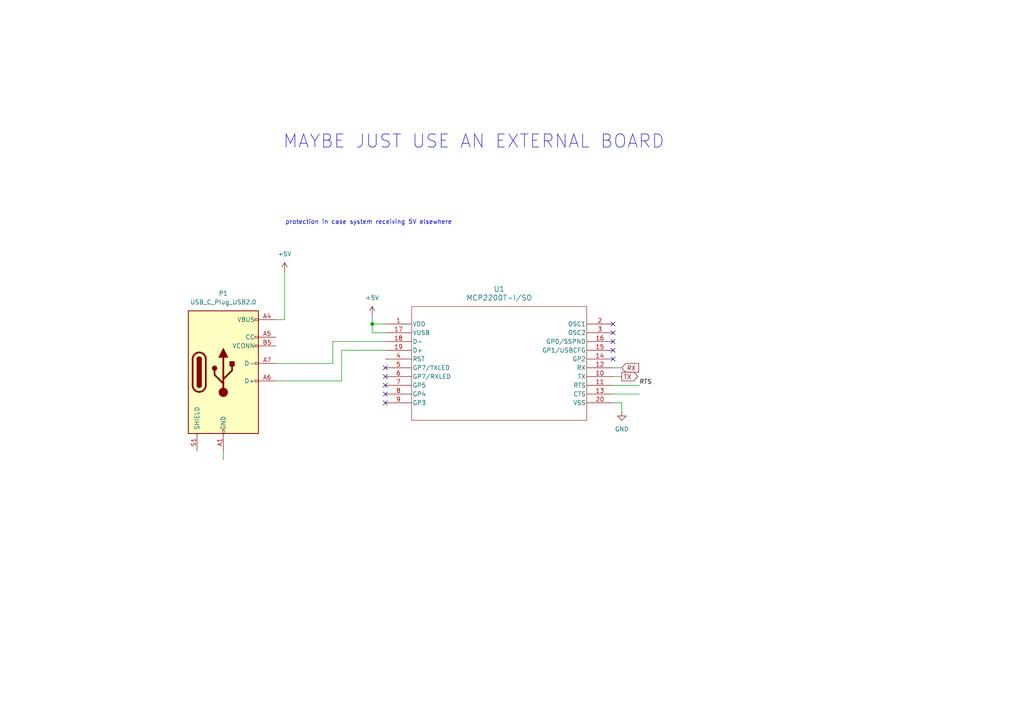
<source format=kicad_sch>
(kicad_sch (version 20231120) (generator "eeschema") (generator_version "8.0")
  (paper "A4")
  (lib_symbols
    (symbol "2025-11-16_04-06-44:MCP2200T-I_SO" (pin_names (offset 0.254))
      (property "Reference" "U1" (at 33.02 10.16 0))
      (property "Value" "MCP2200T-I/SO" (at 33.02 7.62 0))
      (symbol "MCP2200T-I_SO_0_1"
        (polyline (pts (xy 7.62 -27.94) (xy 58.42 -27.94)) (stroke (width 0.127)))
        (polyline (pts (xy 7.62 5.08) (xy 7.62 -27.94)) (stroke (width 0.127)))
        (polyline (pts (xy 58.42 -27.94) (xy 58.42 5.08)) (stroke (width 0.127)))
        (polyline (pts (xy 58.42 5.08) (xy 7.62 5.08)) (stroke (width 0.127)))
        (pin power_in line (at 0 0 0) (length 7.62) (name "VDD") (number "1"))
        (pin output line (at 66.04 -15.24 180) (length 7.62) (name "TX") (number "10"))
        (pin output line (at 66.04 -17.78 180) (length 7.62) (name "RTS") (number "11"))
        (pin input line (at 66.04 -12.7 180) (length 7.62) (name "RX") (number "12"))
        (pin input line (at 66.04 -20.32 180) (length 7.62) (name "CTS") (number "13"))
        (pin bidirectional line (at 66.04 -10.16 180) (length 7.62) (name "GP2") (number "14"))
        (pin bidirectional line (at 66.04 -7.62 180) (length 7.62) (name "GP1/USBCFG") (number "15"))
        (pin bidirectional line (at 66.04 -5.08 180) (length 7.62) (name "GP0/SSPND") (number "16"))
        (pin power_in line (at 0 -2.54 0) (length 7.62) (name "VUSB") (number "17"))
        (pin bidirectional line (at 0 -5.08 0) (length 7.62) (name "D-") (number "18"))
        (pin bidirectional line (at 0 -7.62 0) (length 7.62) (name "D+") (number "19"))
        (pin bidirectional line (at 66.04 0 180) (length 7.62) (name "OSC1") (number "2"))
        (pin power_out line (at 66.04 -22.86 180) (length 7.62) (name "VSS") (number "20"))
        (pin bidirectional line (at 66.04 -2.54 180) (length 7.62) (name "OSC2") (number "3"))
        (pin input line (at 0 -10.16 0) (length 7.62) (name "RST") (number "4"))
        (pin bidirectional line (at 0 -12.7 0) (length 7.62) (name "GP7/TXLED") (number "5"))
        (pin bidirectional line (at 0 -15.24 0) (length 7.62) (name "GP7/RXLED") (number "6"))
        (pin bidirectional line (at 0 -17.78 0) (length 7.62) (name "GP5") (number "7"))
        (pin bidirectional line (at 0 -20.32 0) (length 7.62) (name "GP4") (number "8"))
        (pin bidirectional line (at 0 -22.86 0) (length 7.62) (name "GP3") (number "9"))
      )
    )
    (symbol "Connector:USB_C_Plug_USB2.0" (pin_names (offset 1.016))
      (property "Reference" "P" (at -10.16 19.05 0))
      (property "Value" "USB_C_Plug_USB2.0" (at 12.7 19.05 0))
      (symbol "USB_C_Plug_USB2.0_0_0"
        (rectangle (start -0.254 -17.78) (end 0.254 -16.764))
        (rectangle (start 10.16 -2.286) (end 9.144 -2.794))
        (rectangle (start 10.16 2.794) (end 9.144 2.286))
        (rectangle (start 10.16 7.874) (end 9.144 7.366))
        (rectangle (start 10.16 10.414) (end 9.144 9.906))
        (rectangle (start 10.16 15.494) (end 9.144 14.986))
      )
      (symbol "USB_C_Plug_USB2.0_0_1"
        (rectangle (start -10.16 17.78) (end 10.16 -17.78) (stroke (width 0.254)) (fill (type background)))
        (arc (start -8.89 -3.81) (mid -6.985 -5.7067) (end -5.08 -3.81) (stroke (width 0.508)))
        (arc (start -7.62 -3.81) (mid -6.985 -4.4423) (end -6.35 -3.81) (stroke (width 0.254)))
        (arc (start -7.62 -3.81) (mid -6.985 -4.4423) (end -6.35 -3.81) (stroke (width 0.254)) (fill (type outline)))
        (rectangle (start -7.62 -3.81) (end -6.35 3.81) (stroke (width 0.254)) (fill (type outline)))
        (arc (start -6.35 3.81) (mid -6.985 4.4423) (end -7.62 3.81) (stroke (width 0.254)))
        (arc (start -6.35 3.81) (mid -6.985 4.4423) (end -7.62 3.81) (stroke (width 0.254)) (fill (type outline)))
        (arc (start -5.08 3.81) (mid -6.985 5.7067) (end -8.89 3.81) (stroke (width 0.508)))
        (circle (center -2.54 1.143) (radius 0.635) (stroke (width 0.254)) (fill (type outline)))
        (circle (center 0 -5.842) (radius 1.27) (fill (type outline)))
        (polyline (pts (xy -8.89 -3.81) (xy -8.89 3.81)) (stroke (width 0.508)))
        (polyline (pts (xy -5.08 3.81) (xy -5.08 -3.81)) (stroke (width 0.508)))
        (polyline (pts (xy 0 -5.842) (xy 0 4.318)) (stroke (width 0.508)))
        (polyline (pts (xy 0 -3.302) (xy -2.54 -0.762) (xy -2.54 0.508)) (stroke (width 0.508)))
        (polyline (pts (xy 0 -2.032) (xy 2.54 0.508) (xy 2.54 1.778)) (stroke (width 0.508)))
        (polyline (pts (xy -1.27 4.318) (xy 0 6.858) (xy 1.27 4.318) (xy -1.27 4.318)) (stroke (width 0.254)) (fill (type outline)))
        (rectangle (start 1.905 1.778) (end 3.175 3.048) (stroke (width 0.254)) (fill (type outline)))
      )
      (symbol "USB_C_Plug_USB2.0_1_1"
        (pin passive line (at 0 -22.86 90) (length 5.08) (name "GND") (number "A1"))
        (pin passive line (at 0 -22.86 90) (length 5.08) hide (name "GND") (number "A12"))
        (pin passive line (at 15.24 15.24 180) (length 5.08) (name "VBUS") (number "A4"))
        (pin bidirectional line (at 15.24 10.16 180) (length 5.08) (name "CC") (number "A5"))
        (pin bidirectional line (at 15.24 -2.54 180) (length 5.08) (name "D+") (number "A6"))
        (pin bidirectional line (at 15.24 2.54 180) (length 5.08) (name "D-") (number "A7"))
        (pin passive line (at 15.24 15.24 180) (length 5.08) hide (name "VBUS") (number "A9"))
        (pin passive line (at 0 -22.86 90) (length 5.08) hide (name "GND") (number "B1"))
        (pin passive line (at 0 -22.86 90) (length 5.08) hide (name "GND") (number "B12"))
        (pin passive line (at 15.24 15.24 180) (length 5.08) hide (name "VBUS") (number "B4"))
        (pin bidirectional line (at 15.24 7.62 180) (length 5.08) (name "VCONN") (number "B5"))
        (pin passive line (at 15.24 15.24 180) (length 5.08) hide (name "VBUS") (number "B9"))
        (pin passive line (at -7.62 -22.86 90) (length 5.08) (name "SHIELD") (number "S1"))
      )
    )
    (symbol "power:+5V" (power) (pin_numbers hide) (pin_names (offset 0) hide)
      (property "Value" "+5V" (at 0 3.556 0))
      (symbol "+5V_0_1"
        (polyline (pts (xy -0.762 1.27) (xy 0 2.54)))
        (polyline (pts (xy 0 0) (xy 0 2.54)))
        (polyline (pts (xy 0 2.54) (xy 0.762 1.27)))
      )
      (symbol "+5V_1_1"
        (pin power_in line (at 0 0 90) (length 0) (name "~") (number "1"))
      )
    )
    (symbol "power:GND" (power) (pin_numbers hide) (pin_names (offset 0) hide)
      (property "Value" "GND" (at 0 -3.81 0))
      (symbol "GND_0_1"
        (polyline (pts (xy 0 0) (xy 0 -1.27) (xy 1.27 -1.27) (xy 0 -2.54) (xy -1.27 -1.27) (xy 0 -1.27)))
      )
      (symbol "GND_1_1"
        (pin power_in line (at 0 0 270) (length 0) (name "~") (number "1"))
      )
    )
  )
  (junction (at 107.95 93.98))
  (no_connect (at 111.76 111.76))
  (no_connect (at 111.76 109.22))
  (no_connect (at 177.8 101.6))
  (no_connect (at 177.8 96.52))
  (no_connect (at 177.8 99.06))
  (no_connect (at 177.8 93.98))
  (no_connect (at 111.76 114.3))
  (no_connect (at 111.76 116.84))
  (no_connect (at 111.76 106.68))
  (no_connect (at 177.8 104.14))
  (wire (pts (xy 99.06 110.49) (xy 80.01 110.49)))
  (wire (pts (xy 107.95 91.44) (xy 107.95 93.98)))
  (wire (pts (xy 177.8 116.84) (xy 180.34 116.84)))
  (wire (pts (xy 64.77 130.81) (xy 64.77 133.35)))
  (wire (pts (xy 180.34 116.84) (xy 180.34 119.38)))
  (wire (pts (xy 80.01 92.71) (xy 82.55 92.71)))
  (wire (pts (xy 180.34 106.68) (xy 177.8 106.68)))
  (wire (pts (xy 82.55 78.74) (xy 82.55 92.71)))
  (wire (pts (xy 99.06 101.6) (xy 99.06 110.49)))
  (wire (pts (xy 96.52 99.06) (xy 111.76 99.06)))
  (wire (pts (xy 185.42 111.76) (xy 177.8 111.76)))
  (wire (pts (xy 180.34 109.22) (xy 177.8 109.22)))
  (wire (pts (xy 177.8 114.3) (xy 185.42 114.3)))
  (wire (pts (xy 107.95 96.52) (xy 107.95 93.98)))
  (wire (pts (xy 111.76 101.6) (xy 99.06 101.6)))
  (wire (pts (xy 96.52 105.41) (xy 96.52 99.06)))
  (wire (pts (xy 80.01 105.41) (xy 96.52 105.41)))
  (wire (pts (xy 111.76 96.52) (xy 107.95 96.52)))
  (wire (pts (xy 111.76 93.98) (xy 107.95 93.98)))
  (text "protection in case system receiving 5V elsewhere" (at 106.934 64.516 0) (effects (font (size 1.27 1.27))))
  (text "MAYBE JUST USE AN EXTERNAL BOARD" (at 137.414 41.148 0) (effects (font (size 3.81 3.81))))
  (label "RTS" (at 185.42 111.76 0))
  (global_label "RX" (shape input) (at 180.34 106.68 0) (property "Intersheetrefs" "${INTERSHEET_REFS}" (effects (hide yes))))
  (global_label "TX" (shape output) (at 180.34 109.22 0) (property "Intersheetrefs" "${INTERSHEET_REFS}" (effects (hide yes))))
  (symbol (lib_id "power:+5V") (at 107.95 91.44 0) (unit 1)
    (property "Reference" "#PWR09" (effects (hide yes)))
    (property "Value" "+5V" (at 107.95 86.36 0))
    (property "Description" "Power symbol creates a global label with name \"+5V\"" (effects (hide yes)))
  )
  (symbol (lib_id "2025-11-16_04-06-44:MCP2200T-I_SO") (at 111.76 93.98 0) (unit 1)
    (property "Reference" "U1" (at 144.78 83.82 0) (effects (font (size 1.524 1.524))))
    (property "Value" "MCP2200T-I/SO" (at 144.78 86.36 0) (effects (font (size 1.524 1.524))))
    (property "Footprint" "SOIC20_SO_MCH" (effects (hide yes)))
    (property "Datasheet" "MCP2200T-I/SO" (effects (hide yes)))
  )
  (symbol (lib_id "power:+5V") (at 82.55 78.74 0) (unit 1)
    (property "Reference" "#PWR08" (effects (hide yes)))
    (property "Value" "+5V" (at 82.55 73.66 0))
    (property "Description" "Power symbol creates a global label with name \"+5V\"" (effects (hide yes)))
  )
  (symbol (lib_id "Connector:USB_C_Plug_USB2.0") (at 64.77 107.95 0) (unit 1)
    (property "Reference" "P1" (at 64.77 85.09 0))
    (property "Value" "USB_C_Plug_USB2.0" (at 64.77 87.63 0))
    (property "Datasheet" "https://www.usb.org/sites/default/files/documents/usb_type-c.zip" (effects (hide yes)))
    (property "Description" "USB 2.0-only Type-C Plug connector" (effects (hide yes)))
  )
  (symbol (lib_id "power:GND") (at 180.34 119.38 0) (unit 1)
    (property "Reference" "#PWR011" (effects (hide yes)))
    (property "Value" "GND" (at 180.34 124.46 0))
    (property "Description" "Power symbol creates a global label with name \"GND\" , ground" (effects (hide yes)))
  )
)
</source>
